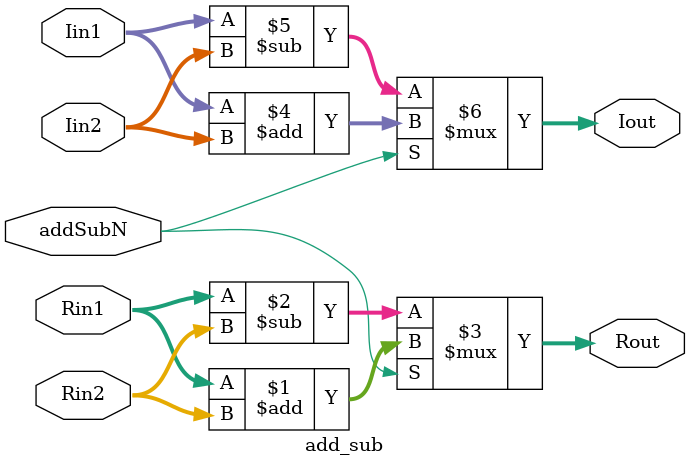
<source format=v>
module add_sub #(parameter n=4)
          (input signed [n-1:0] Rin1,
           input signed [n-1:0] Iin1,
           input signed [n-1:0] Rin2,
           input signed [n-1:0] Iin2, 
           input addSubN,
           output signed [n-1:0] Rout,
           output signed [n-1:0] Iout
          );
assign Rout = addSubN ? (Rin1+Rin2) : (Rin1-Rin2);
assign Iout = addSubN ? (Iin1+Iin2) : (Iin1-Iin2);
endmodule



</source>
